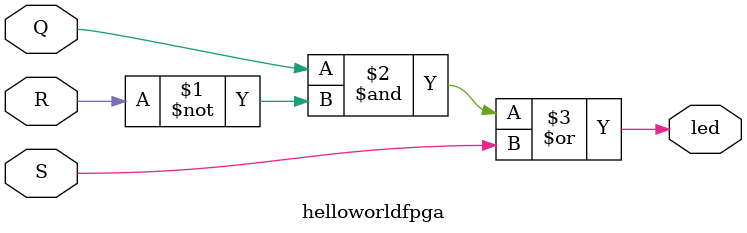
<source format=v>

module helloworldfpga(
    input wire Q,
    input wire R,
    input wire S,
    output wire led
);
    wire Q_bar;

    assign led = Q & (~R) | S;

endmodule





</source>
